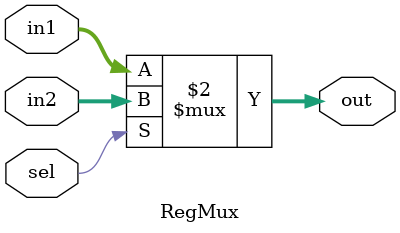
<source format=v>
`timescale 1ns / 1ps


module RegMux(
    input [4:0] in1, in2,
    input sel,
    output[4:0] out
    );

    assign out = (sel == 0) ? in1 : in2;
endmodule

</source>
